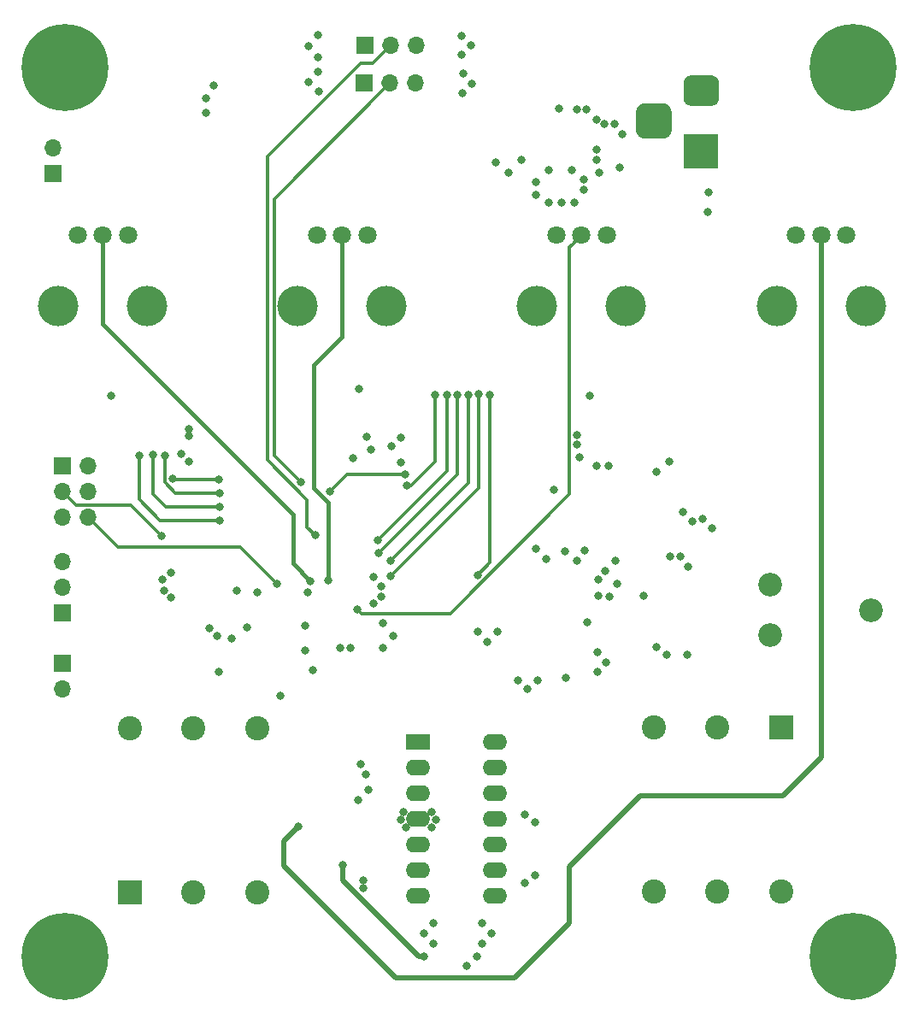
<source format=gbl>
G04 #@! TF.GenerationSoftware,KiCad,Pcbnew,(5.1.5-0-10_14)*
G04 #@! TF.CreationDate,2021-04-10T11:01:01-04:00*
G04 #@! TF.ProjectId,E90,4539302e-6b69-4636-9164-5f7063625858,rev?*
G04 #@! TF.SameCoordinates,Original*
G04 #@! TF.FileFunction,Copper,L4,Bot*
G04 #@! TF.FilePolarity,Positive*
%FSLAX46Y46*%
G04 Gerber Fmt 4.6, Leading zero omitted, Abs format (unit mm)*
G04 Created by KiCad (PCBNEW (5.1.5-0-10_14)) date 2021-04-10 11:01:01*
%MOMM*%
%LPD*%
G04 APERTURE LIST*
%ADD10C,1.800000*%
%ADD11C,4.000000*%
%ADD12C,0.900000*%
%ADD13C,8.600000*%
%ADD14O,1.700000X1.700000*%
%ADD15R,1.700000X1.700000*%
%ADD16R,3.500000X3.500000*%
%ADD17C,0.100000*%
%ADD18C,2.400000*%
%ADD19R,2.400000X2.400000*%
%ADD20C,2.340000*%
%ADD21R,2.400000X1.600000*%
%ADD22O,2.400000X1.600000*%
%ADD23C,0.800000*%
%ADD24C,0.500000*%
%ADD25C,0.400000*%
%ADD26C,0.300000*%
G04 APERTURE END LIST*
D10*
X78426666Y-47600000D03*
X75926666Y-47600000D03*
X73426666Y-47600000D03*
D11*
X80326666Y-54600000D03*
X71526666Y-54600000D03*
D12*
X128780419Y-116719581D03*
X126500000Y-115775000D03*
X124219581Y-116719581D03*
X123275000Y-119000000D03*
X124219581Y-121280419D03*
X126500000Y-122225000D03*
X128780419Y-121280419D03*
X129725000Y-119000000D03*
D13*
X126500000Y-119000000D03*
D12*
X50780419Y-116719581D03*
X48500000Y-115775000D03*
X46219581Y-116719581D03*
X45275000Y-119000000D03*
X46219581Y-121280419D03*
X48500000Y-122225000D03*
X50780419Y-121280419D03*
X51725000Y-119000000D03*
D13*
X48500000Y-119000000D03*
D12*
X50780419Y-28719581D03*
X48500000Y-27775000D03*
X46219581Y-28719581D03*
X45275000Y-31000000D03*
X46219581Y-33280419D03*
X48500000Y-34225000D03*
X50780419Y-33280419D03*
X51725000Y-31000000D03*
D13*
X48500000Y-31000000D03*
D12*
X128780419Y-28719581D03*
X126500000Y-27775000D03*
X124219581Y-28719581D03*
X123275000Y-31000000D03*
X124219581Y-33280419D03*
X126500000Y-34225000D03*
X128780419Y-33280419D03*
X129725000Y-31000000D03*
D13*
X126500000Y-31000000D03*
D14*
X83192000Y-32500000D03*
X80652000Y-32500000D03*
D15*
X78112000Y-32500000D03*
X48210000Y-70420000D03*
D14*
X50750000Y-70420000D03*
X48210000Y-72960000D03*
X50750000Y-72960000D03*
X48210000Y-75500000D03*
X50750000Y-75500000D03*
X47300000Y-38960000D03*
D15*
X47300000Y-41500000D03*
X78150000Y-28760000D03*
D14*
X80690000Y-28760000D03*
X83230000Y-28760000D03*
D15*
X48250000Y-90000000D03*
D14*
X48250000Y-92540000D03*
D15*
X48250000Y-85000000D03*
D14*
X48250000Y-82460000D03*
X48250000Y-79920000D03*
D16*
X111500000Y-39250000D03*
G04 #@! TA.AperFunction,ComponentPad*
D17*
G36*
X112573513Y-31753611D02*
G01*
X112646318Y-31764411D01*
X112717714Y-31782295D01*
X112787013Y-31807090D01*
X112853548Y-31838559D01*
X112916678Y-31876398D01*
X112975795Y-31920242D01*
X113030330Y-31969670D01*
X113079758Y-32024205D01*
X113123602Y-32083322D01*
X113161441Y-32146452D01*
X113192910Y-32212987D01*
X113217705Y-32282286D01*
X113235589Y-32353682D01*
X113246389Y-32426487D01*
X113250000Y-32500000D01*
X113250000Y-34000000D01*
X113246389Y-34073513D01*
X113235589Y-34146318D01*
X113217705Y-34217714D01*
X113192910Y-34287013D01*
X113161441Y-34353548D01*
X113123602Y-34416678D01*
X113079758Y-34475795D01*
X113030330Y-34530330D01*
X112975795Y-34579758D01*
X112916678Y-34623602D01*
X112853548Y-34661441D01*
X112787013Y-34692910D01*
X112717714Y-34717705D01*
X112646318Y-34735589D01*
X112573513Y-34746389D01*
X112500000Y-34750000D01*
X110500000Y-34750000D01*
X110426487Y-34746389D01*
X110353682Y-34735589D01*
X110282286Y-34717705D01*
X110212987Y-34692910D01*
X110146452Y-34661441D01*
X110083322Y-34623602D01*
X110024205Y-34579758D01*
X109969670Y-34530330D01*
X109920242Y-34475795D01*
X109876398Y-34416678D01*
X109838559Y-34353548D01*
X109807090Y-34287013D01*
X109782295Y-34217714D01*
X109764411Y-34146318D01*
X109753611Y-34073513D01*
X109750000Y-34000000D01*
X109750000Y-32500000D01*
X109753611Y-32426487D01*
X109764411Y-32353682D01*
X109782295Y-32282286D01*
X109807090Y-32212987D01*
X109838559Y-32146452D01*
X109876398Y-32083322D01*
X109920242Y-32024205D01*
X109969670Y-31969670D01*
X110024205Y-31920242D01*
X110083322Y-31876398D01*
X110146452Y-31838559D01*
X110212987Y-31807090D01*
X110282286Y-31782295D01*
X110353682Y-31764411D01*
X110426487Y-31753611D01*
X110500000Y-31750000D01*
X112500000Y-31750000D01*
X112573513Y-31753611D01*
G37*
G04 #@! TD.AperFunction*
G04 #@! TA.AperFunction,ComponentPad*
G36*
X107760765Y-34504213D02*
G01*
X107845704Y-34516813D01*
X107928999Y-34537677D01*
X108009848Y-34566605D01*
X108087472Y-34603319D01*
X108161124Y-34647464D01*
X108230094Y-34698616D01*
X108293718Y-34756282D01*
X108351384Y-34819906D01*
X108402536Y-34888876D01*
X108446681Y-34962528D01*
X108483395Y-35040152D01*
X108512323Y-35121001D01*
X108533187Y-35204296D01*
X108545787Y-35289235D01*
X108550000Y-35375000D01*
X108550000Y-37125000D01*
X108545787Y-37210765D01*
X108533187Y-37295704D01*
X108512323Y-37378999D01*
X108483395Y-37459848D01*
X108446681Y-37537472D01*
X108402536Y-37611124D01*
X108351384Y-37680094D01*
X108293718Y-37743718D01*
X108230094Y-37801384D01*
X108161124Y-37852536D01*
X108087472Y-37896681D01*
X108009848Y-37933395D01*
X107928999Y-37962323D01*
X107845704Y-37983187D01*
X107760765Y-37995787D01*
X107675000Y-38000000D01*
X105925000Y-38000000D01*
X105839235Y-37995787D01*
X105754296Y-37983187D01*
X105671001Y-37962323D01*
X105590152Y-37933395D01*
X105512528Y-37896681D01*
X105438876Y-37852536D01*
X105369906Y-37801384D01*
X105306282Y-37743718D01*
X105248616Y-37680094D01*
X105197464Y-37611124D01*
X105153319Y-37537472D01*
X105116605Y-37459848D01*
X105087677Y-37378999D01*
X105066813Y-37295704D01*
X105054213Y-37210765D01*
X105050000Y-37125000D01*
X105050000Y-35375000D01*
X105054213Y-35289235D01*
X105066813Y-35204296D01*
X105087677Y-35121001D01*
X105116605Y-35040152D01*
X105153319Y-34962528D01*
X105197464Y-34888876D01*
X105248616Y-34819906D01*
X105306282Y-34756282D01*
X105369906Y-34698616D01*
X105438876Y-34647464D01*
X105512528Y-34603319D01*
X105590152Y-34566605D01*
X105671001Y-34537677D01*
X105754296Y-34516813D01*
X105839235Y-34504213D01*
X105925000Y-34500000D01*
X107675000Y-34500000D01*
X107760765Y-34504213D01*
G37*
G04 #@! TD.AperFunction*
D18*
X113110000Y-112620000D03*
X106810000Y-112620000D03*
X119410000Y-112620000D03*
X113110000Y-96320000D03*
X106810000Y-96320000D03*
D19*
X119410000Y-96320000D03*
X54910000Y-112680000D03*
D18*
X67510000Y-112680000D03*
X61210000Y-112680000D03*
X54910000Y-96380000D03*
X67510000Y-96380000D03*
X61210000Y-96380000D03*
D20*
X118300000Y-82200000D03*
X128300000Y-84700000D03*
X118300000Y-87200000D03*
D10*
X125860000Y-47600000D03*
X123360000Y-47600000D03*
X120860000Y-47600000D03*
D11*
X127760000Y-54600000D03*
X118960000Y-54600000D03*
X95243332Y-54600000D03*
X104043332Y-54600000D03*
D10*
X97143332Y-47600000D03*
X99643332Y-47600000D03*
X102143332Y-47600000D03*
D11*
X47810000Y-54600000D03*
X56610000Y-54600000D03*
D10*
X49710000Y-47600000D03*
X52210000Y-47600000D03*
X54710000Y-47600000D03*
D21*
X83460000Y-97802000D03*
D22*
X91080000Y-113042000D03*
X83460000Y-100342000D03*
X91080000Y-110502000D03*
X83460000Y-102882000D03*
X91080000Y-107962000D03*
X83460000Y-105422000D03*
X91080000Y-105422000D03*
X83460000Y-107962000D03*
X91080000Y-102882000D03*
X83460000Y-110502000D03*
X91080000Y-100342000D03*
X83460000Y-113042000D03*
X91080000Y-97802000D03*
D23*
X63700000Y-90800000D03*
X88750000Y-32550000D03*
X87900000Y-31560000D03*
X62410000Y-34040000D03*
X63500000Y-87250000D03*
X62750000Y-86500000D03*
X72250000Y-88750000D03*
X75750000Y-88500000D03*
X76750000Y-88500000D03*
X108100000Y-89100000D03*
X110100000Y-89100000D03*
X107100000Y-88350000D03*
X77750000Y-100000000D03*
X78250000Y-101000000D03*
X78000000Y-111500000D03*
X78000000Y-112250000D03*
X89750000Y-115750000D03*
X89750000Y-117750000D03*
X90750000Y-116750000D03*
X89250000Y-119000000D03*
X88250000Y-120000000D03*
X94000000Y-105000000D03*
X95000000Y-105750000D03*
X101900000Y-36600000D03*
X102900000Y-36600000D03*
X103650000Y-37600000D03*
X103400000Y-40850000D03*
X101400000Y-41350000D03*
X99150000Y-35100000D03*
X100150000Y-35100000D03*
X101150000Y-36100000D03*
X93650000Y-40100000D03*
X91150000Y-40350000D03*
X92400000Y-41350000D03*
X72500000Y-83000000D03*
X67500000Y-83000000D03*
X60750000Y-66750000D03*
X60750000Y-67500000D03*
X79800000Y-83400000D03*
X79000000Y-84100000D03*
X109700000Y-75000000D03*
X110600000Y-75900000D03*
X112600000Y-76600000D03*
X111600000Y-75700000D03*
X107100000Y-71000000D03*
X108300000Y-70000000D03*
X101100000Y-70400000D03*
X102300000Y-70400000D03*
X100200000Y-85900000D03*
X101310000Y-83330000D03*
X101310000Y-81730000D03*
X105810000Y-83330000D03*
X96900000Y-72800000D03*
X101200000Y-88900000D03*
X102100000Y-89900000D03*
X101200000Y-90800000D03*
X63160000Y-32730000D03*
X62470000Y-35440000D03*
X88660000Y-28730000D03*
X87750000Y-27800000D03*
X87720000Y-29690000D03*
X87830000Y-33520000D03*
X98110000Y-91410000D03*
X94280000Y-92560000D03*
X95310000Y-91720000D03*
X93350000Y-91660000D03*
X90310000Y-87830000D03*
X89360000Y-86840000D03*
X91350000Y-86860000D03*
X99940000Y-78850000D03*
X97980000Y-78880000D03*
X99150000Y-79790000D03*
X96120000Y-79690000D03*
X95160000Y-78640000D03*
X78810000Y-68840000D03*
X81720000Y-67650000D03*
X80830000Y-68500000D03*
X81770000Y-70080000D03*
X59010000Y-81040000D03*
X58160000Y-81710000D03*
X108400000Y-79430000D03*
X109410000Y-79410000D03*
X110200000Y-80440000D03*
X73060000Y-90630000D03*
X64950000Y-87540000D03*
X69800000Y-93200000D03*
X112100000Y-45300000D03*
X66510000Y-86450000D03*
X97430000Y-35000000D03*
X53010000Y-63470000D03*
X100480000Y-63490000D03*
X77600000Y-62770000D03*
X96400000Y-41100000D03*
X95150000Y-42350000D03*
X82250000Y-106250000D03*
X84750000Y-106250000D03*
X77500000Y-103500000D03*
X78500000Y-102500000D03*
X85000000Y-115750000D03*
X84000000Y-116750000D03*
X85000000Y-117750000D03*
X60750000Y-70000000D03*
X60000000Y-69250000D03*
X59000000Y-83500000D03*
X65500000Y-82750000D03*
X94000000Y-111750000D03*
X95000000Y-111000000D03*
X84750000Y-104750000D03*
X81750000Y-105500000D03*
X80000000Y-86000000D03*
X81000000Y-87250000D03*
X79968750Y-88500000D03*
X85250000Y-105500000D03*
X82000000Y-104750000D03*
X99900000Y-42100000D03*
X99900000Y-43100000D03*
X98900000Y-44350000D03*
X97650000Y-44350000D03*
X96400000Y-44350000D03*
X95150000Y-43600000D03*
X98650000Y-41100000D03*
X101150000Y-39100000D03*
X101150000Y-40100000D03*
X79000000Y-81400000D03*
X79800000Y-82400000D03*
X99200000Y-67400000D03*
X99200000Y-68300000D03*
X99400000Y-69600000D03*
X58250000Y-82750000D03*
X73550000Y-29930000D03*
X73500000Y-27730000D03*
X73560000Y-31390000D03*
X72570000Y-32390000D03*
X72560000Y-28850000D03*
X73600000Y-33360000D03*
X102990000Y-79840000D03*
X103170000Y-82120000D03*
X102020000Y-80810000D03*
X102380000Y-83380000D03*
X78340000Y-67580000D03*
X77030000Y-69680000D03*
X112220000Y-43340000D03*
X72230000Y-86260000D03*
X71590000Y-106170000D03*
X63670000Y-71770000D03*
X59130000Y-71740000D03*
X58060000Y-77340000D03*
X69450000Y-82100000D03*
X71820000Y-72030000D03*
X82150000Y-71270000D03*
X74710000Y-72950000D03*
X73250000Y-77320000D03*
X76000000Y-110000000D03*
X84000000Y-119000000D03*
X88400000Y-63380000D03*
X80700000Y-79790000D03*
X89440000Y-63320000D03*
X80720000Y-81380000D03*
X90580000Y-63370000D03*
X89360000Y-81230000D03*
X85090000Y-63400000D03*
X82310000Y-72350000D03*
X86340000Y-63390000D03*
X79430000Y-77820000D03*
X79560000Y-79040000D03*
X87339947Y-63400525D03*
X63770000Y-73100000D03*
X58380000Y-69420000D03*
X63810000Y-74460000D03*
X57230000Y-69350000D03*
X63800000Y-75820000D03*
X55840000Y-69390000D03*
X72810000Y-81850000D03*
X74520000Y-81800000D03*
X77440000Y-84680000D03*
D24*
X98410000Y-115719998D02*
X92999998Y-121130000D01*
X92999998Y-121130000D02*
X81270000Y-121130000D01*
X81270000Y-121130000D02*
X70150000Y-110010000D01*
X70150000Y-107610000D02*
X71590000Y-106170000D01*
X70150000Y-110010000D02*
X70150000Y-107610000D01*
X98410000Y-110171998D02*
X105441998Y-103140000D01*
X98410000Y-115719998D02*
X98410000Y-110171998D01*
X105441998Y-103140000D02*
X119550000Y-103140000D01*
X119550000Y-103140000D02*
X123360000Y-99330000D01*
D25*
X123360000Y-47600000D02*
X123360000Y-48872792D01*
D24*
X123360000Y-99330000D02*
X123360000Y-47600000D01*
D26*
X59160000Y-71770000D02*
X59130000Y-71740000D01*
X63670000Y-71770000D02*
X59160000Y-71770000D01*
X49059999Y-73809999D02*
X48210000Y-72960000D01*
X55019999Y-74299999D02*
X49549999Y-74299999D01*
X49549999Y-74299999D02*
X49059999Y-73809999D01*
X58060000Y-77340000D02*
X55019999Y-74299999D01*
X69450000Y-82100000D02*
X65810000Y-78460000D01*
X53710000Y-78460000D02*
X50750000Y-75500000D01*
X65810000Y-78460000D02*
X53710000Y-78460000D01*
X71420001Y-71630001D02*
X71820000Y-72030000D01*
X69176665Y-69386665D02*
X71420001Y-71630001D01*
X69176665Y-43975335D02*
X69176665Y-69386665D01*
X80652000Y-32500000D02*
X69176665Y-43975335D01*
X82130000Y-71290000D02*
X82150000Y-71270000D01*
X76390000Y-71270000D02*
X82150000Y-71270000D01*
X74710000Y-72950000D02*
X76390000Y-71270000D01*
X77761998Y-30520000D02*
X78930000Y-30520000D01*
X78930000Y-30520000D02*
X80690000Y-28760000D01*
X68500000Y-39781998D02*
X77761998Y-30520000D01*
X72460000Y-73780002D02*
X68500000Y-69820002D01*
X68500000Y-69820002D02*
X68500000Y-39781998D01*
X72460000Y-76530000D02*
X72460000Y-73780002D01*
X73250000Y-77320000D02*
X72460000Y-76530000D01*
D24*
X83491998Y-119000000D02*
X84000000Y-119000000D01*
X76000000Y-111508002D02*
X83491998Y-119000000D01*
X76000000Y-110000000D02*
X76000000Y-111508002D01*
D26*
X88400000Y-72090000D02*
X88400000Y-63380000D01*
X80700000Y-79790000D02*
X88400000Y-72090000D01*
X89440000Y-72660000D02*
X89440000Y-63320000D01*
X80720000Y-81380000D02*
X89440000Y-72660000D01*
X90580000Y-63370000D02*
X90580000Y-74007242D01*
X90580000Y-80010000D02*
X90580000Y-74007242D01*
X89360000Y-81230000D02*
X90580000Y-80010000D01*
X85090000Y-63400000D02*
X85090000Y-70020000D01*
X82760000Y-72350000D02*
X82310000Y-72350000D01*
X85090000Y-70020000D02*
X82760000Y-72350000D01*
X86340000Y-63390000D02*
X86340000Y-69477120D01*
X86340000Y-70910000D02*
X79430000Y-77820000D01*
X86340000Y-69477120D02*
X86340000Y-70910000D01*
X87339947Y-71260053D02*
X79560000Y-79040000D01*
X87339947Y-63400525D02*
X87339947Y-71260053D01*
X59379998Y-73100000D02*
X58340000Y-72060002D01*
X63770000Y-73100000D02*
X59379998Y-73100000D01*
X58340000Y-69460000D02*
X58380000Y-69420000D01*
X58340000Y-72060002D02*
X58340000Y-69460000D01*
X63810000Y-74460000D02*
X58490000Y-74460000D01*
X57230000Y-73200000D02*
X57230000Y-69350000D01*
X58490000Y-74460000D02*
X57230000Y-73200000D01*
X63800000Y-75820000D02*
X57900000Y-75820000D01*
X55840000Y-73760000D02*
X55840000Y-69390000D01*
X57900000Y-75820000D02*
X55840000Y-73760000D01*
D25*
X52210000Y-48872792D02*
X52210000Y-47600000D01*
X52210000Y-53678002D02*
X52210000Y-48872792D01*
X71069999Y-80109999D02*
X71069999Y-75259999D01*
X72810000Y-81850000D02*
X71069999Y-80109999D01*
X71069999Y-75259999D02*
X52210000Y-56400000D01*
X52210000Y-56400000D02*
X52210000Y-53678002D01*
X74520000Y-81800000D02*
X74520000Y-74030000D01*
X75926666Y-48872792D02*
X75926666Y-47600000D01*
X75926666Y-53678002D02*
X75926666Y-48872792D01*
X74520000Y-74030000D02*
X73089999Y-72599999D01*
X73089999Y-72599999D02*
X73089999Y-60450001D01*
X75926666Y-57613334D02*
X75926666Y-53678002D01*
X73089999Y-60450001D02*
X75926666Y-57613334D01*
D26*
X98449999Y-73250003D02*
X98449999Y-48793333D01*
X86620003Y-85079999D02*
X98449999Y-73250003D01*
X98743333Y-48499999D02*
X99643332Y-47600000D01*
X77839999Y-85079999D02*
X86620003Y-85079999D01*
X98449999Y-48793333D02*
X98743333Y-48499999D01*
X77440000Y-84680000D02*
X77839999Y-85079999D01*
M02*

</source>
